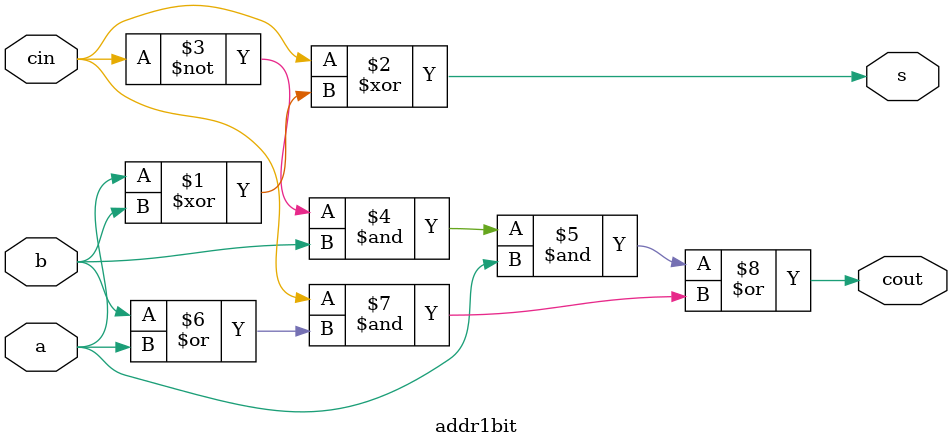
<source format=sv>
module addr1bit
(
input wire a,
input wire b,
input wire cin,
output wire s,
output wire cout
);


assign s = cin ^ (a ^ b);
assign cout = ((~ cin) & b & a) | (cin & (b | a));

endmodule
</source>
